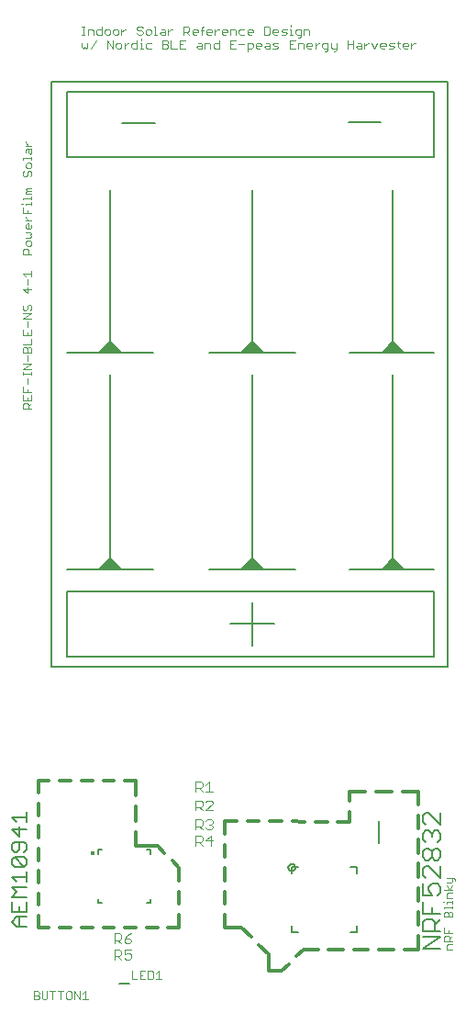
<source format=gto>
G75*
%MOIN*%
%OFA0B0*%
%FSLAX25Y25*%
%IPPOS*%
%LPD*%
%AMOC8*
5,1,8,0,0,1.08239X$1,22.5*
%
%ADD10C,0.00300*%
%ADD11C,0.01181*%
%ADD12C,0.00500*%
%ADD13C,0.00600*%
%ADD14C,0.01782*%
%ADD15C,0.00800*%
D10*
X0025737Y0022713D02*
X0027188Y0022713D01*
X0027672Y0023197D01*
X0027672Y0023680D01*
X0027188Y0024164D01*
X0025737Y0024164D01*
X0025737Y0022713D02*
X0025737Y0025615D01*
X0027188Y0025615D01*
X0027672Y0025132D01*
X0027672Y0024648D01*
X0027188Y0024164D01*
X0028684Y0023197D02*
X0029168Y0022713D01*
X0030135Y0022713D01*
X0030619Y0023197D01*
X0030619Y0025615D01*
X0031630Y0025615D02*
X0033565Y0025615D01*
X0032598Y0025615D02*
X0032598Y0022713D01*
X0035544Y0022713D02*
X0035544Y0025615D01*
X0034577Y0025615D02*
X0036512Y0025615D01*
X0037523Y0025132D02*
X0037523Y0023197D01*
X0038007Y0022713D01*
X0038975Y0022713D01*
X0039458Y0023197D01*
X0039458Y0025132D01*
X0038975Y0025615D01*
X0038007Y0025615D01*
X0037523Y0025132D01*
X0040470Y0025615D02*
X0040470Y0022713D01*
X0042405Y0022713D02*
X0040470Y0025615D01*
X0042405Y0025615D02*
X0042405Y0022713D01*
X0043416Y0022713D02*
X0045351Y0022713D01*
X0044384Y0022713D02*
X0044384Y0025615D01*
X0043416Y0024648D01*
X0055068Y0037083D02*
X0055068Y0040723D01*
X0056888Y0040723D01*
X0057495Y0040116D01*
X0057495Y0038903D01*
X0056888Y0038296D01*
X0055068Y0038296D01*
X0056281Y0038296D02*
X0057495Y0037083D01*
X0058693Y0037690D02*
X0059300Y0037083D01*
X0060513Y0037083D01*
X0061120Y0037690D01*
X0061120Y0038903D01*
X0060513Y0039510D01*
X0059906Y0039510D01*
X0058693Y0038903D01*
X0058693Y0040723D01*
X0061120Y0040723D01*
X0060513Y0042989D02*
X0059300Y0042989D01*
X0058693Y0043595D01*
X0058693Y0044809D01*
X0060513Y0044809D01*
X0061120Y0044202D01*
X0061120Y0043595D01*
X0060513Y0042989D01*
X0058693Y0044809D02*
X0059906Y0046022D01*
X0061120Y0046629D01*
X0057495Y0046022D02*
X0057495Y0044809D01*
X0056888Y0044202D01*
X0055068Y0044202D01*
X0056281Y0044202D02*
X0057495Y0042989D01*
X0055068Y0042989D02*
X0055068Y0046629D01*
X0056888Y0046629D01*
X0057495Y0046022D01*
X0061367Y0032899D02*
X0061367Y0029996D01*
X0063302Y0029996D01*
X0064314Y0029996D02*
X0064314Y0032899D01*
X0066249Y0032899D01*
X0067260Y0032899D02*
X0067260Y0029996D01*
X0068711Y0029996D01*
X0069195Y0030480D01*
X0069195Y0032415D01*
X0068711Y0032899D01*
X0067260Y0032899D01*
X0065281Y0031448D02*
X0064314Y0031448D01*
X0064314Y0029996D02*
X0066249Y0029996D01*
X0070207Y0029996D02*
X0072142Y0029996D01*
X0071174Y0029996D02*
X0071174Y0032899D01*
X0070207Y0031931D01*
X0084596Y0078422D02*
X0084596Y0082062D01*
X0086416Y0082062D01*
X0087022Y0081455D01*
X0087022Y0080242D01*
X0086416Y0079635D01*
X0084596Y0079635D01*
X0085809Y0079635D02*
X0087022Y0078422D01*
X0088221Y0080242D02*
X0090647Y0080242D01*
X0090041Y0082062D02*
X0088221Y0080242D01*
X0090041Y0078422D02*
X0090041Y0082062D01*
X0090041Y0084327D02*
X0088827Y0084327D01*
X0088221Y0084934D01*
X0087022Y0084327D02*
X0085809Y0085541D01*
X0086416Y0085541D02*
X0084596Y0085541D01*
X0084596Y0084327D02*
X0084596Y0087967D01*
X0086416Y0087967D01*
X0087022Y0087361D01*
X0087022Y0086147D01*
X0086416Y0085541D01*
X0088221Y0087361D02*
X0088827Y0087967D01*
X0090041Y0087967D01*
X0090647Y0087361D01*
X0090647Y0086754D01*
X0090041Y0086147D01*
X0090647Y0085541D01*
X0090647Y0084934D01*
X0090041Y0084327D01*
X0090041Y0086147D02*
X0089434Y0086147D01*
X0088221Y0091217D02*
X0090647Y0093644D01*
X0090647Y0094250D01*
X0090041Y0094857D01*
X0088827Y0094857D01*
X0088221Y0094250D01*
X0087022Y0094250D02*
X0087022Y0093037D01*
X0086416Y0092430D01*
X0084596Y0092430D01*
X0085809Y0092430D02*
X0087022Y0091217D01*
X0088221Y0091217D02*
X0090647Y0091217D01*
X0087022Y0094250D02*
X0086416Y0094857D01*
X0084596Y0094857D01*
X0084596Y0091217D01*
X0084596Y0098107D02*
X0084596Y0101747D01*
X0086416Y0101747D01*
X0087022Y0101140D01*
X0087022Y0099927D01*
X0086416Y0099320D01*
X0084596Y0099320D01*
X0085809Y0099320D02*
X0087022Y0098107D01*
X0088221Y0098107D02*
X0090647Y0098107D01*
X0089434Y0098107D02*
X0089434Y0101747D01*
X0088221Y0100533D01*
X0028684Y0025615D02*
X0028684Y0023197D01*
X0024847Y0236886D02*
X0021798Y0236886D01*
X0021798Y0238411D01*
X0022306Y0238919D01*
X0023322Y0238919D01*
X0023830Y0238411D01*
X0023830Y0236886D01*
X0023830Y0237903D02*
X0024847Y0238919D01*
X0024847Y0239968D02*
X0024847Y0242000D01*
X0024847Y0243049D02*
X0021798Y0243049D01*
X0021798Y0245082D01*
X0023322Y0244065D02*
X0023322Y0243049D01*
X0021798Y0242000D02*
X0021798Y0239968D01*
X0024847Y0239968D01*
X0023322Y0239968D02*
X0023322Y0240984D01*
X0023322Y0246130D02*
X0023322Y0248163D01*
X0021798Y0249212D02*
X0021798Y0250228D01*
X0021798Y0249720D02*
X0024847Y0249720D01*
X0024847Y0249212D02*
X0024847Y0250228D01*
X0024847Y0251266D02*
X0021798Y0251266D01*
X0024847Y0253299D01*
X0021798Y0253299D01*
X0023322Y0254347D02*
X0023322Y0256380D01*
X0023322Y0257429D02*
X0023322Y0258953D01*
X0023830Y0259461D01*
X0024339Y0259461D01*
X0024847Y0258953D01*
X0024847Y0257429D01*
X0021798Y0257429D01*
X0021798Y0258953D01*
X0022306Y0259461D01*
X0022814Y0259461D01*
X0023322Y0258953D01*
X0021798Y0260510D02*
X0024847Y0260510D01*
X0024847Y0262543D01*
X0024847Y0263591D02*
X0024847Y0265624D01*
X0023322Y0264608D02*
X0023322Y0263591D01*
X0021798Y0263591D02*
X0024847Y0263591D01*
X0021798Y0263591D02*
X0021798Y0265624D01*
X0023322Y0266673D02*
X0023322Y0268706D01*
X0021798Y0269754D02*
X0024847Y0271787D01*
X0021798Y0271787D01*
X0022306Y0272836D02*
X0022814Y0272836D01*
X0023322Y0273344D01*
X0023322Y0274360D01*
X0023830Y0274868D01*
X0024339Y0274868D01*
X0024847Y0274360D01*
X0024847Y0273344D01*
X0024339Y0272836D01*
X0022306Y0272836D02*
X0021798Y0273344D01*
X0021798Y0274360D01*
X0022306Y0274868D01*
X0023322Y0278998D02*
X0023322Y0281031D01*
X0023322Y0282080D02*
X0023322Y0284112D01*
X0022814Y0285161D02*
X0021798Y0286177D01*
X0024847Y0286177D01*
X0024847Y0285161D02*
X0024847Y0287194D01*
X0024847Y0292989D02*
X0021798Y0292989D01*
X0021798Y0294513D01*
X0022306Y0295021D01*
X0023322Y0295021D01*
X0023830Y0294513D01*
X0023830Y0292989D01*
X0023322Y0296070D02*
X0022814Y0296578D01*
X0022814Y0297594D01*
X0023322Y0298103D01*
X0024339Y0298103D01*
X0024847Y0297594D01*
X0024847Y0296578D01*
X0024339Y0296070D01*
X0023322Y0296070D01*
X0022814Y0299151D02*
X0024339Y0299151D01*
X0024847Y0299659D01*
X0024339Y0300168D01*
X0024847Y0300676D01*
X0024339Y0301184D01*
X0022814Y0301184D01*
X0023322Y0302233D02*
X0022814Y0302741D01*
X0022814Y0303757D01*
X0023322Y0304265D01*
X0023830Y0304265D01*
X0023830Y0302233D01*
X0023322Y0302233D02*
X0024339Y0302233D01*
X0024847Y0302741D01*
X0024847Y0303757D01*
X0024847Y0305314D02*
X0022814Y0305314D01*
X0023830Y0305314D02*
X0022814Y0306330D01*
X0022814Y0306839D01*
X0023322Y0307882D02*
X0023322Y0308898D01*
X0021798Y0307882D02*
X0024847Y0307882D01*
X0021798Y0307882D02*
X0021798Y0309915D01*
X0022814Y0310963D02*
X0022814Y0311471D01*
X0024847Y0311471D01*
X0024847Y0310963D02*
X0024847Y0311980D01*
X0024847Y0313017D02*
X0024847Y0314034D01*
X0024847Y0313526D02*
X0021798Y0313526D01*
X0021798Y0313017D01*
X0021798Y0311471D02*
X0021289Y0311471D01*
X0022814Y0315072D02*
X0022814Y0315580D01*
X0023322Y0316088D01*
X0022814Y0316596D01*
X0023322Y0317104D01*
X0024847Y0317104D01*
X0024847Y0316088D02*
X0023322Y0316088D01*
X0022814Y0315072D02*
X0024847Y0315072D01*
X0024339Y0321234D02*
X0024847Y0321743D01*
X0024847Y0322759D01*
X0024339Y0323267D01*
X0023830Y0323267D01*
X0023322Y0322759D01*
X0023322Y0321743D01*
X0022814Y0321234D01*
X0022306Y0321234D01*
X0021798Y0321743D01*
X0021798Y0322759D01*
X0022306Y0323267D01*
X0023322Y0324316D02*
X0022814Y0324824D01*
X0022814Y0325840D01*
X0023322Y0326349D01*
X0024339Y0326349D01*
X0024847Y0325840D01*
X0024847Y0324824D01*
X0024339Y0324316D01*
X0023322Y0324316D01*
X0021798Y0327397D02*
X0021798Y0327905D01*
X0024847Y0327905D01*
X0024847Y0327397D02*
X0024847Y0328414D01*
X0024339Y0329451D02*
X0023830Y0329960D01*
X0023830Y0331484D01*
X0023322Y0331484D02*
X0024847Y0331484D01*
X0024847Y0329960D01*
X0024339Y0329451D01*
X0022814Y0329960D02*
X0022814Y0330976D01*
X0023322Y0331484D01*
X0022814Y0332533D02*
X0024847Y0332533D01*
X0023830Y0332533D02*
X0022814Y0333549D01*
X0022814Y0334057D01*
X0043765Y0367792D02*
X0044273Y0368300D01*
X0044781Y0367792D01*
X0045290Y0368300D01*
X0045290Y0369824D01*
X0043257Y0369824D02*
X0043257Y0368300D01*
X0043765Y0367792D01*
X0043765Y0372811D02*
X0043765Y0375860D01*
X0043257Y0375860D02*
X0044273Y0375860D01*
X0045311Y0374844D02*
X0046836Y0374844D01*
X0047344Y0374336D01*
X0047344Y0372811D01*
X0048393Y0373320D02*
X0048393Y0374336D01*
X0048901Y0374844D01*
X0050425Y0374844D01*
X0050425Y0375860D02*
X0050425Y0372811D01*
X0048901Y0372811D01*
X0048393Y0373320D01*
X0048371Y0370841D02*
X0046338Y0367792D01*
X0045311Y0372811D02*
X0045311Y0374844D01*
X0044273Y0372811D02*
X0043257Y0372811D01*
X0051474Y0373320D02*
X0051982Y0372811D01*
X0052998Y0372811D01*
X0053507Y0373320D01*
X0053507Y0374336D01*
X0052998Y0374844D01*
X0051982Y0374844D01*
X0051474Y0374336D01*
X0051474Y0373320D01*
X0052501Y0370841D02*
X0054534Y0367792D01*
X0054534Y0370841D01*
X0055582Y0369316D02*
X0055582Y0368300D01*
X0056091Y0367792D01*
X0057107Y0367792D01*
X0057615Y0368300D01*
X0057615Y0369316D01*
X0057107Y0369824D01*
X0056091Y0369824D01*
X0055582Y0369316D01*
X0052501Y0367792D02*
X0052501Y0370841D01*
X0054555Y0373320D02*
X0055063Y0372811D01*
X0056080Y0372811D01*
X0056588Y0373320D01*
X0056588Y0374336D01*
X0056080Y0374844D01*
X0055063Y0374844D01*
X0054555Y0374336D01*
X0054555Y0373320D01*
X0057637Y0373828D02*
X0058653Y0374844D01*
X0059161Y0374844D01*
X0057637Y0374844D02*
X0057637Y0372811D01*
X0058664Y0369824D02*
X0058664Y0367792D01*
X0058664Y0368808D02*
X0059680Y0369824D01*
X0060188Y0369824D01*
X0061232Y0369316D02*
X0061740Y0369824D01*
X0063264Y0369824D01*
X0063264Y0370841D02*
X0063264Y0367792D01*
X0061740Y0367792D01*
X0061232Y0368300D01*
X0061232Y0369316D01*
X0063794Y0372811D02*
X0063286Y0373320D01*
X0063794Y0372811D02*
X0064810Y0372811D01*
X0065319Y0373320D01*
X0065319Y0373828D01*
X0064810Y0374336D01*
X0063794Y0374336D01*
X0063286Y0374844D01*
X0063286Y0375352D01*
X0063794Y0375860D01*
X0064810Y0375860D01*
X0065319Y0375352D01*
X0066367Y0374336D02*
X0066367Y0373320D01*
X0066875Y0372811D01*
X0067892Y0372811D01*
X0068400Y0373320D01*
X0068400Y0374336D01*
X0067892Y0374844D01*
X0066875Y0374844D01*
X0066367Y0374336D01*
X0064821Y0371349D02*
X0064821Y0370841D01*
X0064821Y0369824D02*
X0064821Y0367792D01*
X0064313Y0367792D02*
X0065329Y0367792D01*
X0066367Y0368300D02*
X0066875Y0367792D01*
X0068400Y0367792D01*
X0068400Y0369824D02*
X0066875Y0369824D01*
X0066367Y0369316D01*
X0066367Y0368300D01*
X0064821Y0369824D02*
X0064313Y0369824D01*
X0069449Y0372811D02*
X0070465Y0372811D01*
X0069957Y0372811D02*
X0069957Y0375860D01*
X0069449Y0375860D01*
X0072011Y0374844D02*
X0073027Y0374844D01*
X0073536Y0374336D01*
X0073536Y0372811D01*
X0072011Y0372811D01*
X0071503Y0373320D01*
X0072011Y0373828D01*
X0073536Y0373828D01*
X0074584Y0373828D02*
X0075601Y0374844D01*
X0076109Y0374844D01*
X0074584Y0374844D02*
X0074584Y0372811D01*
X0074055Y0370841D02*
X0072530Y0370841D01*
X0072530Y0367792D01*
X0074055Y0367792D01*
X0074563Y0368300D01*
X0074563Y0368808D01*
X0074055Y0369316D01*
X0072530Y0369316D01*
X0074055Y0369316D02*
X0074563Y0369824D01*
X0074563Y0370333D01*
X0074055Y0370841D01*
X0075611Y0370841D02*
X0075611Y0367792D01*
X0077644Y0367792D01*
X0078693Y0367792D02*
X0080725Y0367792D01*
X0079709Y0369316D02*
X0078693Y0369316D01*
X0078693Y0367792D02*
X0078693Y0370841D01*
X0080725Y0370841D01*
X0080233Y0372811D02*
X0080233Y0375860D01*
X0081758Y0375860D01*
X0082266Y0375352D01*
X0082266Y0374336D01*
X0081758Y0373828D01*
X0080233Y0373828D01*
X0081250Y0373828D02*
X0082266Y0372811D01*
X0083315Y0373320D02*
X0083315Y0374336D01*
X0083823Y0374844D01*
X0084839Y0374844D01*
X0085347Y0374336D01*
X0085347Y0373828D01*
X0083315Y0373828D01*
X0083315Y0373320D02*
X0083823Y0372811D01*
X0084839Y0372811D01*
X0086904Y0372811D02*
X0086904Y0375352D01*
X0087412Y0375860D01*
X0087412Y0374336D02*
X0086396Y0374336D01*
X0086380Y0369824D02*
X0086888Y0369316D01*
X0086888Y0367792D01*
X0085364Y0367792D01*
X0084855Y0368300D01*
X0085364Y0368808D01*
X0086888Y0368808D01*
X0086380Y0369824D02*
X0085364Y0369824D01*
X0087937Y0369824D02*
X0089461Y0369824D01*
X0089970Y0369316D01*
X0089970Y0367792D01*
X0091018Y0368300D02*
X0091018Y0369316D01*
X0091526Y0369824D01*
X0093051Y0369824D01*
X0093051Y0370841D02*
X0093051Y0367792D01*
X0091526Y0367792D01*
X0091018Y0368300D01*
X0091532Y0372811D02*
X0091532Y0374844D01*
X0091532Y0373828D02*
X0092548Y0374844D01*
X0093056Y0374844D01*
X0094100Y0374336D02*
X0094608Y0374844D01*
X0095624Y0374844D01*
X0096132Y0374336D01*
X0096132Y0373828D01*
X0094100Y0373828D01*
X0094100Y0373320D02*
X0094100Y0374336D01*
X0094100Y0373320D02*
X0094608Y0372811D01*
X0095624Y0372811D01*
X0097181Y0372811D02*
X0097181Y0374844D01*
X0098705Y0374844D01*
X0099214Y0374336D01*
X0099214Y0372811D01*
X0100262Y0373320D02*
X0100770Y0372811D01*
X0102295Y0372811D01*
X0103344Y0373320D02*
X0103344Y0374336D01*
X0103852Y0374844D01*
X0104868Y0374844D01*
X0105376Y0374336D01*
X0105376Y0373828D01*
X0103344Y0373828D01*
X0103344Y0373320D02*
X0103852Y0372811D01*
X0104868Y0372811D01*
X0104868Y0369824D02*
X0103344Y0369824D01*
X0103344Y0366775D01*
X0103344Y0367792D02*
X0104868Y0367792D01*
X0105376Y0368300D01*
X0105376Y0369316D01*
X0104868Y0369824D01*
X0106425Y0369316D02*
X0106933Y0369824D01*
X0107950Y0369824D01*
X0108458Y0369316D01*
X0108458Y0368808D01*
X0106425Y0368808D01*
X0106425Y0368300D02*
X0106425Y0369316D01*
X0106425Y0368300D02*
X0106933Y0367792D01*
X0107950Y0367792D01*
X0109506Y0368300D02*
X0110015Y0368808D01*
X0111539Y0368808D01*
X0111539Y0369316D02*
X0111539Y0367792D01*
X0110015Y0367792D01*
X0109506Y0368300D01*
X0110015Y0369824D02*
X0111031Y0369824D01*
X0111539Y0369316D01*
X0112588Y0369316D02*
X0113096Y0369824D01*
X0114621Y0369824D01*
X0114112Y0368808D02*
X0113096Y0368808D01*
X0112588Y0369316D01*
X0112588Y0367792D02*
X0114112Y0367792D01*
X0114621Y0368300D01*
X0114112Y0368808D01*
X0114112Y0372811D02*
X0113096Y0372811D01*
X0112588Y0373320D01*
X0112588Y0374336D01*
X0113096Y0374844D01*
X0114112Y0374844D01*
X0114621Y0374336D01*
X0114621Y0373828D01*
X0112588Y0373828D01*
X0111539Y0373320D02*
X0111539Y0375352D01*
X0111031Y0375860D01*
X0109506Y0375860D01*
X0109506Y0372811D01*
X0111031Y0372811D01*
X0111539Y0373320D01*
X0115669Y0372811D02*
X0117194Y0372811D01*
X0117702Y0373320D01*
X0117194Y0373828D01*
X0116177Y0373828D01*
X0115669Y0374336D01*
X0116177Y0374844D01*
X0117702Y0374844D01*
X0118751Y0374844D02*
X0119259Y0374844D01*
X0119259Y0372811D01*
X0118751Y0372811D02*
X0119767Y0372811D01*
X0120805Y0373320D02*
X0121313Y0372811D01*
X0122837Y0372811D01*
X0122837Y0372303D02*
X0122837Y0374844D01*
X0121313Y0374844D01*
X0120805Y0374336D01*
X0120805Y0373320D01*
X0121821Y0371795D02*
X0122329Y0371795D01*
X0122837Y0372303D01*
X0123886Y0372811D02*
X0123886Y0374844D01*
X0125411Y0374844D01*
X0125919Y0374336D01*
X0125919Y0372811D01*
X0125421Y0369824D02*
X0126438Y0369824D01*
X0126946Y0369316D01*
X0126946Y0368808D01*
X0124913Y0368808D01*
X0124913Y0368300D02*
X0124913Y0369316D01*
X0125421Y0369824D01*
X0124913Y0368300D02*
X0125421Y0367792D01*
X0126438Y0367792D01*
X0127995Y0367792D02*
X0127995Y0369824D01*
X0127995Y0368808D02*
X0129011Y0369824D01*
X0129519Y0369824D01*
X0130562Y0369316D02*
X0130562Y0368300D01*
X0131071Y0367792D01*
X0132595Y0367792D01*
X0132595Y0367284D02*
X0132595Y0369824D01*
X0131071Y0369824D01*
X0130562Y0369316D01*
X0131579Y0366775D02*
X0132087Y0366775D01*
X0132595Y0367284D01*
X0133644Y0368300D02*
X0134152Y0367792D01*
X0135677Y0367792D01*
X0135677Y0367284D02*
X0135677Y0369824D01*
X0133644Y0369824D02*
X0133644Y0368300D01*
X0134660Y0366775D02*
X0135168Y0366775D01*
X0135677Y0367284D01*
X0139807Y0367792D02*
X0139807Y0370841D01*
X0139807Y0369316D02*
X0141839Y0369316D01*
X0142888Y0368300D02*
X0143396Y0368808D01*
X0144921Y0368808D01*
X0144921Y0369316D02*
X0144921Y0367792D01*
X0143396Y0367792D01*
X0142888Y0368300D01*
X0141839Y0367792D02*
X0141839Y0370841D01*
X0143396Y0369824D02*
X0144413Y0369824D01*
X0144921Y0369316D01*
X0145969Y0368808D02*
X0146986Y0369824D01*
X0147494Y0369824D01*
X0148537Y0369824D02*
X0149554Y0367792D01*
X0150570Y0369824D01*
X0151619Y0369316D02*
X0152127Y0369824D01*
X0153143Y0369824D01*
X0153651Y0369316D01*
X0153651Y0368808D01*
X0151619Y0368808D01*
X0151619Y0368300D02*
X0151619Y0369316D01*
X0151619Y0368300D02*
X0152127Y0367792D01*
X0153143Y0367792D01*
X0154700Y0367792D02*
X0156224Y0367792D01*
X0156733Y0368300D01*
X0156224Y0368808D01*
X0155208Y0368808D01*
X0154700Y0369316D01*
X0155208Y0369824D01*
X0156733Y0369824D01*
X0157781Y0369824D02*
X0158798Y0369824D01*
X0158289Y0370333D02*
X0158289Y0368300D01*
X0158798Y0367792D01*
X0159836Y0368300D02*
X0159836Y0369316D01*
X0160344Y0369824D01*
X0161360Y0369824D01*
X0161868Y0369316D01*
X0161868Y0368808D01*
X0159836Y0368808D01*
X0159836Y0368300D02*
X0160344Y0367792D01*
X0161360Y0367792D01*
X0162917Y0367792D02*
X0162917Y0369824D01*
X0162917Y0368808D02*
X0163933Y0369824D01*
X0164441Y0369824D01*
X0145969Y0369824D02*
X0145969Y0367792D01*
X0123865Y0367792D02*
X0123865Y0369316D01*
X0123356Y0369824D01*
X0121832Y0369824D01*
X0121832Y0367792D01*
X0120783Y0367792D02*
X0118751Y0367792D01*
X0118751Y0370841D01*
X0120783Y0370841D01*
X0119767Y0369316D02*
X0118751Y0369316D01*
X0119259Y0375860D02*
X0119259Y0376369D01*
X0102295Y0374844D02*
X0100770Y0374844D01*
X0100262Y0374336D01*
X0100262Y0373320D01*
X0099214Y0370841D02*
X0097181Y0370841D01*
X0097181Y0367792D01*
X0099214Y0367792D01*
X0098197Y0369316D02*
X0097181Y0369316D01*
X0100262Y0369316D02*
X0102295Y0369316D01*
X0090483Y0373828D02*
X0088450Y0373828D01*
X0088450Y0374336D02*
X0088959Y0374844D01*
X0089975Y0374844D01*
X0090483Y0374336D01*
X0090483Y0373828D01*
X0089975Y0372811D02*
X0088959Y0372811D01*
X0088450Y0373320D01*
X0088450Y0374336D01*
X0087937Y0369824D02*
X0087937Y0367792D01*
X0024847Y0280523D02*
X0021798Y0280523D01*
X0023322Y0278998D01*
X0024847Y0269754D02*
X0021798Y0269754D01*
X0174413Y0058004D02*
X0174897Y0058004D01*
X0175864Y0058004D02*
X0177799Y0058004D01*
X0177799Y0057520D02*
X0177799Y0058488D01*
X0177799Y0059485D02*
X0175864Y0059485D01*
X0175864Y0060936D01*
X0176348Y0061419D01*
X0177799Y0061419D01*
X0177799Y0062431D02*
X0174897Y0062431D01*
X0175864Y0063882D02*
X0176832Y0062431D01*
X0177799Y0063882D01*
X0177316Y0064886D02*
X0177799Y0065370D01*
X0177799Y0066821D01*
X0178283Y0066821D02*
X0178767Y0066338D01*
X0178767Y0065854D01*
X0178283Y0066821D02*
X0175864Y0066821D01*
X0175864Y0064886D02*
X0177316Y0064886D01*
X0175864Y0058004D02*
X0175864Y0057520D01*
X0174897Y0056040D02*
X0177799Y0056040D01*
X0177799Y0056523D02*
X0177799Y0055556D01*
X0177316Y0054544D02*
X0177799Y0054061D01*
X0177799Y0052609D01*
X0174897Y0052609D01*
X0174897Y0054061D01*
X0175381Y0054544D01*
X0175864Y0054544D01*
X0176348Y0054061D01*
X0176348Y0052609D01*
X0176348Y0054061D02*
X0176832Y0054544D01*
X0177316Y0054544D01*
X0174897Y0055556D02*
X0174897Y0056040D01*
X0174897Y0048651D02*
X0174897Y0046716D01*
X0177799Y0046716D01*
X0177799Y0045705D02*
X0176832Y0044737D01*
X0176832Y0045221D02*
X0176832Y0043770D01*
X0177799Y0043770D02*
X0174897Y0043770D01*
X0174897Y0045221D01*
X0175381Y0045705D01*
X0176348Y0045705D01*
X0176832Y0045221D01*
X0176348Y0046716D02*
X0176348Y0047684D01*
X0176348Y0042758D02*
X0177799Y0042758D01*
X0176348Y0042758D02*
X0175864Y0042274D01*
X0175864Y0040823D01*
X0177799Y0040823D01*
D11*
X0165548Y0040870D02*
X0160351Y0040870D01*
X0156414Y0040870D02*
X0151217Y0040870D01*
X0147280Y0040870D02*
X0142083Y0040870D01*
X0138146Y0040870D02*
X0132949Y0040870D01*
X0129012Y0040870D02*
X0123816Y0040870D01*
X0121271Y0038325D01*
X0118487Y0035541D02*
X0115942Y0032996D01*
X0111020Y0032996D01*
X0111020Y0038902D01*
X0107491Y0042431D01*
X0104707Y0045215D02*
X0101178Y0048744D01*
X0095075Y0048744D01*
X0095075Y0053311D01*
X0095075Y0057248D02*
X0095075Y0061815D01*
X0095075Y0065752D02*
X0095075Y0070319D01*
X0095075Y0074256D02*
X0095075Y0078823D01*
X0095075Y0082760D02*
X0095075Y0087327D01*
X0099373Y0087308D01*
X0103310Y0087291D02*
X0107608Y0087273D01*
X0111545Y0087255D02*
X0115843Y0087237D01*
X0119780Y0087220D02*
X0124078Y0087201D01*
X0128015Y0087184D02*
X0132313Y0087166D01*
X0136250Y0087149D02*
X0140548Y0087130D01*
X0140548Y0090673D01*
X0140548Y0094610D02*
X0140548Y0098154D01*
X0146257Y0098154D01*
X0150194Y0098154D02*
X0155902Y0098154D01*
X0159839Y0098154D02*
X0165548Y0098154D01*
X0165548Y0093345D01*
X0165548Y0089408D02*
X0165548Y0084599D01*
X0165548Y0080662D02*
X0165548Y0075853D01*
X0165548Y0071916D02*
X0165548Y0067107D01*
X0165548Y0063170D02*
X0165548Y0058362D01*
X0165548Y0054425D02*
X0165548Y0049616D01*
X0165548Y0045679D02*
X0165548Y0040870D01*
X0078540Y0048744D02*
X0078540Y0053337D01*
X0078540Y0057274D02*
X0078540Y0061867D01*
X0078540Y0065804D02*
X0078540Y0070398D01*
X0075995Y0072943D01*
X0073211Y0075727D02*
X0070666Y0078272D01*
X0062792Y0078272D01*
X0062792Y0083521D01*
X0062792Y0087458D02*
X0062792Y0092707D01*
X0062792Y0096644D02*
X0062792Y0101894D01*
X0058855Y0101894D01*
X0054918Y0101894D02*
X0050981Y0101894D01*
X0047044Y0101894D02*
X0043107Y0101894D01*
X0039170Y0101894D02*
X0035233Y0101894D01*
X0031296Y0101894D02*
X0027359Y0101894D01*
X0027359Y0097675D01*
X0027359Y0093738D02*
X0027359Y0089520D01*
X0027359Y0085583D02*
X0027359Y0081365D01*
X0027359Y0077428D02*
X0027359Y0073210D01*
X0027359Y0069273D02*
X0027359Y0065055D01*
X0027359Y0061118D02*
X0027359Y0056899D01*
X0027359Y0052962D02*
X0027359Y0048744D01*
X0031296Y0048744D01*
X0035233Y0048744D02*
X0039170Y0048744D01*
X0043107Y0048744D02*
X0047044Y0048744D01*
X0050981Y0048744D02*
X0054918Y0048744D01*
X0058855Y0048744D02*
X0062792Y0048744D01*
X0066729Y0048744D02*
X0070666Y0048744D01*
X0074603Y0048744D02*
X0078540Y0048744D01*
D12*
X0019565Y0048994D02*
X0017762Y0050797D01*
X0019565Y0052601D01*
X0023172Y0052601D01*
X0023172Y0054432D02*
X0023172Y0058039D01*
X0023172Y0059870D02*
X0017762Y0059870D01*
X0019565Y0061673D01*
X0017762Y0063476D01*
X0023172Y0063476D01*
X0023172Y0065307D02*
X0023172Y0068914D01*
X0023172Y0067111D02*
X0017762Y0067111D01*
X0019565Y0065307D01*
X0018663Y0070745D02*
X0017762Y0071647D01*
X0017762Y0073450D01*
X0018663Y0074352D01*
X0022270Y0070745D01*
X0023172Y0071647D01*
X0023172Y0073450D01*
X0022270Y0074352D01*
X0018663Y0074352D01*
X0018663Y0076183D02*
X0019565Y0076183D01*
X0020467Y0077084D01*
X0020467Y0079789D01*
X0022270Y0079789D02*
X0018663Y0079789D01*
X0017762Y0078888D01*
X0017762Y0077084D01*
X0018663Y0076183D01*
X0018663Y0070745D02*
X0022270Y0070745D01*
X0022270Y0076183D02*
X0023172Y0077084D01*
X0023172Y0078888D01*
X0022270Y0079789D01*
X0020467Y0081620D02*
X0020467Y0085227D01*
X0019565Y0087058D02*
X0017762Y0088861D01*
X0023172Y0088861D01*
X0023172Y0087058D02*
X0023172Y0090665D01*
X0023172Y0084325D02*
X0017762Y0084325D01*
X0020467Y0081620D01*
X0017762Y0058039D02*
X0017762Y0054432D01*
X0023172Y0054432D01*
X0020467Y0054432D02*
X0020467Y0056235D01*
X0020467Y0052601D02*
X0020467Y0048994D01*
X0019565Y0048994D02*
X0023172Y0048994D01*
X0032280Y0143232D02*
X0175981Y0143232D01*
X0175981Y0355831D01*
X0032280Y0355831D01*
X0032280Y0143232D01*
X0037694Y0147169D02*
X0037694Y0170791D01*
X0171060Y0170791D01*
X0171060Y0147169D01*
X0037694Y0147169D01*
X0037694Y0178665D02*
X0049505Y0178665D01*
X0057379Y0178665D01*
X0053442Y0182602D01*
X0049505Y0178665D01*
X0053442Y0182602D01*
X0053442Y0249531D01*
X0049505Y0257406D02*
X0057379Y0257406D01*
X0053442Y0261343D01*
X0049505Y0257406D01*
X0053442Y0261343D01*
X0053442Y0316461D01*
X0057871Y0340575D02*
X0069682Y0340575D01*
X0037694Y0351894D02*
X0037694Y0328272D01*
X0171060Y0328272D01*
X0171060Y0351894D01*
X0037694Y0351894D01*
X0053442Y0261343D02*
X0057379Y0257406D01*
X0069190Y0257406D01*
X0057379Y0257406D02*
X0049505Y0257406D01*
X0037694Y0257406D01*
X0049681Y0257582D02*
X0057203Y0257582D01*
X0056704Y0258080D02*
X0050179Y0258080D01*
X0050678Y0258579D02*
X0056206Y0258579D01*
X0055707Y0259077D02*
X0051176Y0259077D01*
X0051675Y0259576D02*
X0055209Y0259576D01*
X0054710Y0260074D02*
X0052173Y0260074D01*
X0052672Y0260573D02*
X0054211Y0260573D01*
X0053713Y0261071D02*
X0053170Y0261071D01*
X0089367Y0257406D02*
X0101178Y0257406D01*
X0109052Y0257406D01*
X0105115Y0261343D01*
X0101178Y0257406D01*
X0105115Y0261343D01*
X0105115Y0316461D01*
X0105115Y0261343D02*
X0109052Y0257406D01*
X0120863Y0257406D01*
X0109052Y0257406D02*
X0101178Y0257406D01*
X0101354Y0257582D02*
X0108876Y0257582D01*
X0108377Y0258080D02*
X0101852Y0258080D01*
X0102351Y0258579D02*
X0107879Y0258579D01*
X0107380Y0259077D02*
X0102849Y0259077D01*
X0103348Y0259576D02*
X0106882Y0259576D01*
X0106383Y0260074D02*
X0103846Y0260074D01*
X0104345Y0260573D02*
X0105885Y0260573D01*
X0105386Y0261071D02*
X0104843Y0261071D01*
X0105115Y0249531D02*
X0105115Y0182602D01*
X0101178Y0178665D01*
X0109052Y0178665D01*
X0105115Y0182602D01*
X0101178Y0178665D01*
X0109052Y0178665D01*
X0105115Y0182602D01*
X0104819Y0182306D02*
X0105411Y0182306D01*
X0105909Y0181808D02*
X0104320Y0181808D01*
X0103822Y0181309D02*
X0106408Y0181309D01*
X0106906Y0180811D02*
X0103323Y0180811D01*
X0102825Y0180312D02*
X0107405Y0180312D01*
X0107903Y0179814D02*
X0102326Y0179814D01*
X0101828Y0179315D02*
X0108402Y0179315D01*
X0108900Y0178817D02*
X0101329Y0178817D01*
X0101178Y0178665D02*
X0089367Y0178665D01*
X0097241Y0158980D02*
X0112989Y0158980D01*
X0105115Y0151106D02*
X0105115Y0166854D01*
X0109052Y0178665D02*
X0120863Y0178665D01*
X0140548Y0178665D02*
X0152359Y0178665D01*
X0156296Y0182602D01*
X0160233Y0178665D01*
X0152359Y0178665D01*
X0156296Y0182602D01*
X0156296Y0249531D01*
X0152359Y0257406D02*
X0160233Y0257406D01*
X0156296Y0261343D01*
X0152359Y0257406D01*
X0156296Y0261343D01*
X0156296Y0316461D01*
X0151867Y0341067D02*
X0140056Y0341067D01*
X0156296Y0261343D02*
X0160233Y0257406D01*
X0171060Y0257406D01*
X0160233Y0257406D02*
X0152359Y0257406D01*
X0140548Y0257406D01*
X0152535Y0257582D02*
X0160057Y0257582D01*
X0159558Y0258080D02*
X0153033Y0258080D01*
X0153532Y0258579D02*
X0159060Y0258579D01*
X0158561Y0259077D02*
X0154031Y0259077D01*
X0154529Y0259576D02*
X0158063Y0259576D01*
X0157564Y0260074D02*
X0155028Y0260074D01*
X0155526Y0260573D02*
X0157066Y0260573D01*
X0156567Y0261071D02*
X0156025Y0261071D01*
X0156296Y0182602D02*
X0160233Y0178665D01*
X0171060Y0178665D01*
X0160233Y0178665D02*
X0152359Y0178665D01*
X0152510Y0178817D02*
X0160082Y0178817D01*
X0159583Y0179315D02*
X0153009Y0179315D01*
X0153507Y0179814D02*
X0159084Y0179814D01*
X0158586Y0180312D02*
X0154006Y0180312D01*
X0154504Y0180811D02*
X0158087Y0180811D01*
X0157589Y0181309D02*
X0155003Y0181309D01*
X0155501Y0181808D02*
X0157090Y0181808D01*
X0156592Y0182306D02*
X0156000Y0182306D01*
X0143107Y0070594D02*
X0140745Y0070594D01*
X0143107Y0070594D02*
X0143107Y0068232D01*
X0143107Y0049335D02*
X0143107Y0046972D01*
X0140745Y0046972D01*
X0121847Y0046972D02*
X0119485Y0046972D01*
X0119485Y0049335D01*
X0119485Y0068232D02*
X0119485Y0070594D01*
X0121847Y0070594D01*
X0069190Y0178665D02*
X0057379Y0178665D01*
X0053442Y0182602D01*
X0053146Y0182306D02*
X0053738Y0182306D01*
X0054236Y0181808D02*
X0052647Y0181808D01*
X0052149Y0181309D02*
X0054735Y0181309D01*
X0055233Y0180811D02*
X0051650Y0180811D01*
X0051152Y0180312D02*
X0055732Y0180312D01*
X0056230Y0179814D02*
X0050653Y0179814D01*
X0050155Y0179315D02*
X0056729Y0179315D01*
X0057227Y0178817D02*
X0049656Y0178817D01*
X0049505Y0178665D02*
X0057379Y0178665D01*
D13*
X0118240Y0070594D02*
X0118242Y0070664D01*
X0118248Y0070735D01*
X0118258Y0070804D01*
X0118272Y0070873D01*
X0118290Y0070942D01*
X0118311Y0071009D01*
X0118336Y0071075D01*
X0118365Y0071139D01*
X0118398Y0071201D01*
X0118434Y0071262D01*
X0118474Y0071320D01*
X0118516Y0071376D01*
X0118562Y0071430D01*
X0118611Y0071481D01*
X0118662Y0071529D01*
X0118717Y0071574D01*
X0118773Y0071616D01*
X0118832Y0071654D01*
X0118893Y0071689D01*
X0118956Y0071721D01*
X0119021Y0071749D01*
X0119087Y0071774D01*
X0119154Y0071794D01*
X0119223Y0071811D01*
X0119292Y0071824D01*
X0119362Y0071833D01*
X0119432Y0071838D01*
X0119503Y0071839D01*
X0119573Y0071836D01*
X0119643Y0071829D01*
X0119713Y0071818D01*
X0119782Y0071803D01*
X0119850Y0071784D01*
X0119916Y0071762D01*
X0119982Y0071736D01*
X0120046Y0071706D01*
X0120108Y0071672D01*
X0120168Y0071635D01*
X0120225Y0071595D01*
X0120281Y0071551D01*
X0120334Y0071505D01*
X0120384Y0071455D01*
X0120431Y0071403D01*
X0120475Y0071348D01*
X0120516Y0071291D01*
X0120554Y0071232D01*
X0120589Y0071170D01*
X0120619Y0071107D01*
X0120647Y0071042D01*
X0120670Y0070975D01*
X0120690Y0070908D01*
X0120706Y0070839D01*
X0120718Y0070770D01*
X0120726Y0070700D01*
X0120730Y0070629D01*
X0120730Y0070559D01*
X0120726Y0070488D01*
X0120718Y0070418D01*
X0120706Y0070349D01*
X0120690Y0070280D01*
X0120670Y0070213D01*
X0120647Y0070146D01*
X0120619Y0070081D01*
X0120589Y0070018D01*
X0120554Y0069956D01*
X0120516Y0069897D01*
X0120475Y0069840D01*
X0120431Y0069785D01*
X0120384Y0069733D01*
X0120334Y0069683D01*
X0120281Y0069637D01*
X0120225Y0069593D01*
X0120168Y0069553D01*
X0120107Y0069516D01*
X0120046Y0069482D01*
X0119982Y0069452D01*
X0119916Y0069426D01*
X0119850Y0069404D01*
X0119782Y0069385D01*
X0119713Y0069370D01*
X0119643Y0069359D01*
X0119573Y0069352D01*
X0119503Y0069349D01*
X0119432Y0069350D01*
X0119362Y0069355D01*
X0119292Y0069364D01*
X0119223Y0069377D01*
X0119154Y0069394D01*
X0119087Y0069414D01*
X0119021Y0069439D01*
X0118956Y0069467D01*
X0118893Y0069499D01*
X0118832Y0069534D01*
X0118773Y0069572D01*
X0118717Y0069614D01*
X0118662Y0069659D01*
X0118611Y0069707D01*
X0118562Y0069758D01*
X0118516Y0069812D01*
X0118474Y0069868D01*
X0118434Y0069926D01*
X0118398Y0069987D01*
X0118365Y0070049D01*
X0118336Y0070113D01*
X0118311Y0070179D01*
X0118290Y0070246D01*
X0118272Y0070315D01*
X0118258Y0070384D01*
X0118248Y0070453D01*
X0118242Y0070524D01*
X0118240Y0070594D01*
X0151040Y0079453D02*
X0151040Y0087327D01*
X0167110Y0087159D02*
X0168178Y0086092D01*
X0167110Y0087159D02*
X0167110Y0089294D01*
X0168178Y0090362D01*
X0169245Y0090362D01*
X0173516Y0086092D01*
X0173516Y0090362D01*
X0172448Y0083917D02*
X0173516Y0082849D01*
X0173516Y0080714D01*
X0172448Y0079646D01*
X0172448Y0077471D02*
X0173516Y0076403D01*
X0173516Y0074268D01*
X0172448Y0073201D01*
X0171380Y0073201D01*
X0170313Y0074268D01*
X0170313Y0076403D01*
X0171380Y0077471D01*
X0172448Y0077471D01*
X0170313Y0076403D02*
X0169245Y0077471D01*
X0168178Y0077471D01*
X0167110Y0076403D01*
X0167110Y0074268D01*
X0168178Y0073201D01*
X0169245Y0073201D01*
X0170313Y0074268D01*
X0169245Y0071026D02*
X0168178Y0071026D01*
X0167110Y0069958D01*
X0167110Y0067823D01*
X0168178Y0066755D01*
X0167110Y0064580D02*
X0167110Y0060310D01*
X0170313Y0060310D01*
X0169245Y0062445D01*
X0169245Y0063512D01*
X0170313Y0064580D01*
X0172448Y0064580D01*
X0173516Y0063512D01*
X0173516Y0061377D01*
X0172448Y0060310D01*
X0170313Y0055999D02*
X0170313Y0053864D01*
X0170313Y0051689D02*
X0168178Y0051689D01*
X0167110Y0050621D01*
X0167110Y0047419D01*
X0173516Y0047419D01*
X0171380Y0047419D02*
X0171380Y0050621D01*
X0170313Y0051689D01*
X0171380Y0049554D02*
X0173516Y0051689D01*
X0173516Y0053864D02*
X0167110Y0053864D01*
X0167110Y0058135D01*
X0173516Y0066755D02*
X0169245Y0071026D01*
X0173516Y0071026D02*
X0173516Y0066755D01*
X0168178Y0079646D02*
X0167110Y0080714D01*
X0167110Y0082849D01*
X0168178Y0083917D01*
X0169245Y0083917D01*
X0170313Y0082849D01*
X0171380Y0083917D01*
X0172448Y0083917D01*
X0170313Y0082849D02*
X0170313Y0081781D01*
X0173516Y0045244D02*
X0167110Y0045244D01*
X0167110Y0040973D02*
X0173516Y0045244D01*
X0173516Y0040973D02*
X0167110Y0040973D01*
X0060627Y0028272D02*
X0056690Y0028272D01*
D14*
X0047284Y0075622D03*
D15*
X0049012Y0075319D02*
X0049012Y0076894D01*
X0050587Y0076894D01*
X0049012Y0059177D02*
X0049012Y0057602D01*
X0050587Y0057602D01*
X0066729Y0057602D02*
X0068304Y0057602D01*
X0068304Y0059177D01*
X0068304Y0075319D02*
X0068304Y0076894D01*
X0066729Y0076894D01*
M02*

</source>
